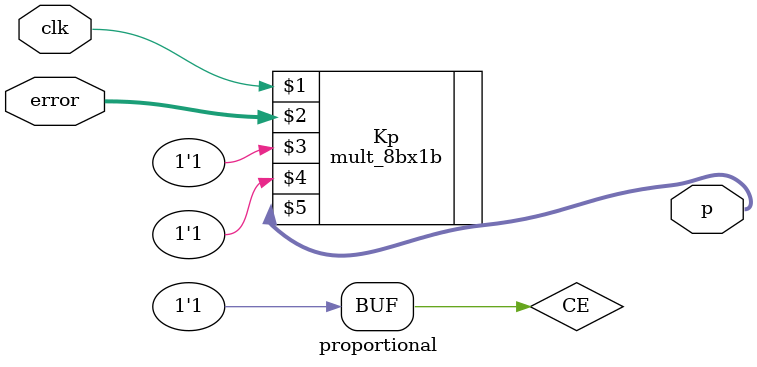
<source format=v>
`timescale 1ns / 1ps


module proportional(
    input [7:0] error,
    input clk,
    output [7:0] p
    );
    wire CE = 1'b1;
    
    parameter K = 1'b1;
    mult_8bx1b Kp(clk, error[7:0], K, CE, p[7:0]);
    
    
endmodule

</source>
